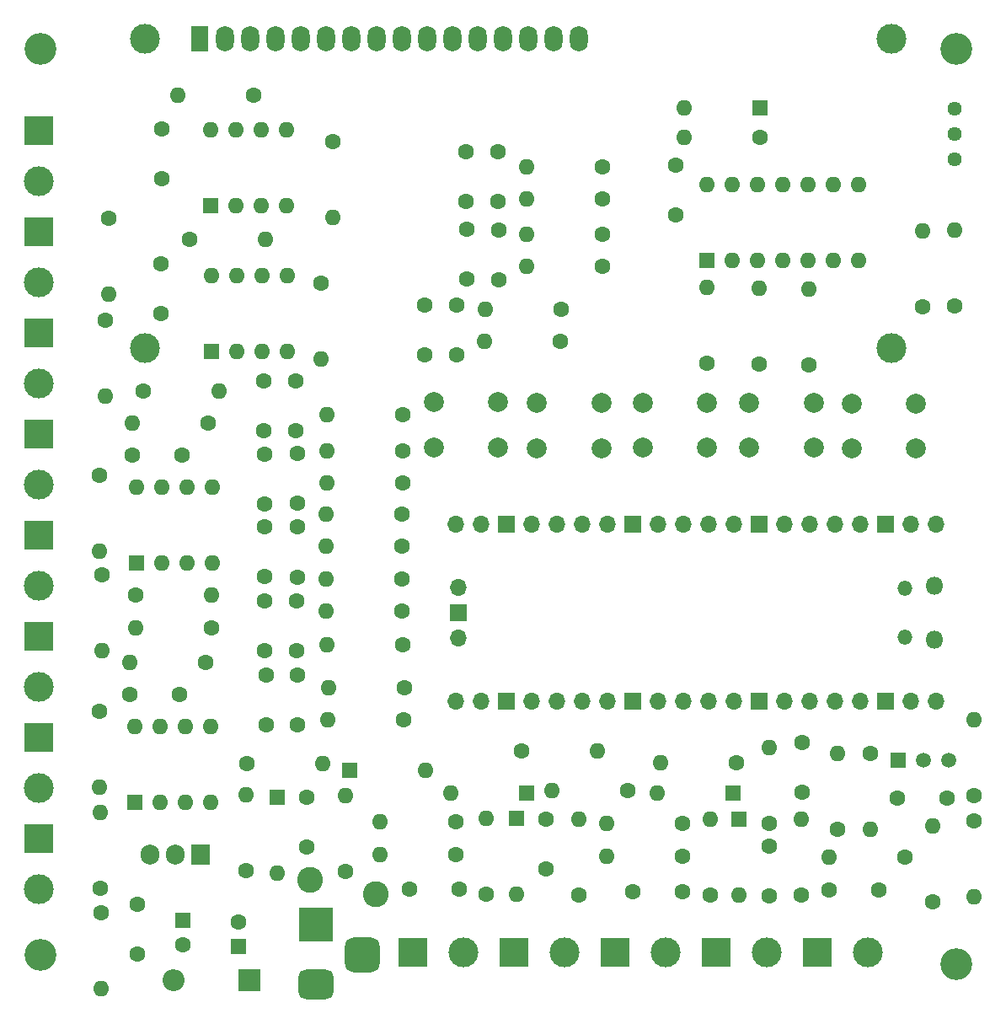
<source format=gbr>
%TF.GenerationSoftware,KiCad,Pcbnew,7.0.10*%
%TF.CreationDate,2025-01-04T09:14:23-06:00*%
%TF.ProjectId,Metermaker,4d657465-726d-4616-9b65-722e6b696361,rev?*%
%TF.SameCoordinates,Original*%
%TF.FileFunction,Soldermask,Bot*%
%TF.FilePolarity,Negative*%
%FSLAX46Y46*%
G04 Gerber Fmt 4.6, Leading zero omitted, Abs format (unit mm)*
G04 Created by KiCad (PCBNEW 7.0.10) date 2025-01-04 09:14:23*
%MOMM*%
%LPD*%
G01*
G04 APERTURE LIST*
G04 Aperture macros list*
%AMRoundRect*
0 Rectangle with rounded corners*
0 $1 Rounding radius*
0 $2 $3 $4 $5 $6 $7 $8 $9 X,Y pos of 4 corners*
0 Add a 4 corners polygon primitive as box body*
4,1,4,$2,$3,$4,$5,$6,$7,$8,$9,$2,$3,0*
0 Add four circle primitives for the rounded corners*
1,1,$1+$1,$2,$3*
1,1,$1+$1,$4,$5*
1,1,$1+$1,$6,$7*
1,1,$1+$1,$8,$9*
0 Add four rect primitives between the rounded corners*
20,1,$1+$1,$2,$3,$4,$5,0*
20,1,$1+$1,$4,$5,$6,$7,0*
20,1,$1+$1,$6,$7,$8,$9,0*
20,1,$1+$1,$8,$9,$2,$3,0*%
G04 Aperture macros list end*
%ADD10O,1.800000X2.600000*%
%ADD11R,1.800000X2.600000*%
%ADD12C,3.000000*%
%ADD13C,1.600000*%
%ADD14O,1.600000X1.600000*%
%ADD15R,1.600000X1.600000*%
%ADD16C,3.200000*%
%ADD17R,3.000000X3.000000*%
%ADD18C,2.600000*%
%ADD19R,3.500000X3.500000*%
%ADD20RoundRect,0.750000X1.000000X-0.750000X1.000000X0.750000X-1.000000X0.750000X-1.000000X-0.750000X0*%
%ADD21RoundRect,0.875000X0.875000X-0.875000X0.875000X0.875000X-0.875000X0.875000X-0.875000X-0.875000X0*%
%ADD22C,2.000000*%
%ADD23R,1.500000X1.500000*%
%ADD24C,1.500000*%
%ADD25R,1.905000X2.000000*%
%ADD26O,1.905000X2.000000*%
%ADD27C,1.440000*%
%ADD28O,1.800000X1.800000*%
%ADD29O,1.500000X1.500000*%
%ADD30O,1.700000X1.700000*%
%ADD31R,1.700000X1.700000*%
%ADD32R,2.200000X2.200000*%
%ADD33O,2.200000X2.200000*%
G04 APERTURE END LIST*
D10*
%TO.C,DS1*%
X108070000Y-53040000D03*
X105530000Y-53040000D03*
X102990000Y-53040000D03*
X100450000Y-53040000D03*
X97910000Y-53040000D03*
X95370000Y-53040000D03*
X92830000Y-53040000D03*
X90290000Y-53040000D03*
X87750000Y-53040000D03*
X85210000Y-53040000D03*
X82670000Y-53040000D03*
X80130000Y-53040000D03*
X77590000Y-53040000D03*
X75050000Y-53040000D03*
X72510000Y-53040000D03*
D11*
X69970000Y-53040000D03*
D12*
X139470000Y-53040000D03*
X139469480Y-84040700D03*
X64470900Y-84040700D03*
X64470900Y-53040000D03*
%TD*%
D13*
%TO.C,R59*%
X126280000Y-62890000D03*
D14*
X118660000Y-62890000D03*
%TD*%
D15*
%TO.C,D3*%
X77760000Y-129180000D03*
D14*
X77760000Y-136800000D03*
%TD*%
D16*
%TO.C,H4*%
X54000000Y-145000000D03*
%TD*%
D13*
%TO.C,R15*%
X130429000Y-139065000D03*
D14*
X130429000Y-131445000D03*
%TD*%
D13*
%TO.C,R25*%
X131210000Y-85780000D03*
D14*
X131210000Y-78160000D03*
%TD*%
D13*
%TO.C,R22*%
X145900000Y-79880000D03*
D14*
X145900000Y-72260000D03*
%TD*%
D13*
%TO.C,C13*%
X66200000Y-62100000D03*
X66200000Y-67100000D03*
%TD*%
%TO.C,C9*%
X104775000Y-131445000D03*
X104775000Y-136445000D03*
%TD*%
%TO.C,C30*%
X66100000Y-75600000D03*
X66100000Y-80600000D03*
%TD*%
D17*
%TO.C,J6*%
X132080000Y-144780000D03*
D12*
X137160000Y-144780000D03*
%TD*%
D13*
%TO.C,R10*%
X118491000Y-135151500D03*
D14*
X110871000Y-135151500D03*
%TD*%
D17*
%TO.C,J14*%
X53840000Y-133350000D03*
D12*
X53840000Y-138430000D03*
%TD*%
D13*
%TO.C,C5*%
X130556000Y-123698000D03*
X130556000Y-128698000D03*
%TD*%
%TO.C,R52*%
X90530000Y-118220000D03*
D14*
X82910000Y-118220000D03*
%TD*%
D18*
%TO.C,J15*%
X81130000Y-137510000D03*
%TD*%
D16*
%TO.C,H1*%
X146000000Y-54000000D03*
%TD*%
D19*
%TO.C,J1*%
X81660000Y-142034000D03*
D20*
X81660000Y-148034000D03*
D21*
X86360000Y-145034000D03*
%TD*%
D15*
%TO.C,D6*%
X123571000Y-128778000D03*
D14*
X115951000Y-128778000D03*
%TD*%
D13*
%TO.C,R48*%
X63590000Y-108900000D03*
D14*
X71210000Y-108900000D03*
%TD*%
D18*
%TO.C,J16*%
X87660000Y-138980000D03*
%TD*%
D13*
%TO.C,C11*%
X127260000Y-134110000D03*
X127260000Y-139110000D03*
%TD*%
D22*
%TO.C,SW1*%
X100000000Y-94040000D03*
X93500000Y-94040000D03*
X100000000Y-89540000D03*
X93500000Y-89540000D03*
%TD*%
D13*
%TO.C,R27*%
X110470000Y-65920000D03*
D14*
X102850000Y-65920000D03*
%TD*%
D13*
%TO.C,R7*%
X84610000Y-136690000D03*
D14*
X84610000Y-129070000D03*
%TD*%
D13*
%TO.C,R18*%
X113030000Y-128524000D03*
D14*
X105410000Y-128524000D03*
%TD*%
D13*
%TO.C,C7*%
X91070000Y-138410000D03*
X96070000Y-138410000D03*
%TD*%
%TO.C,C3*%
X63754000Y-139954000D03*
X63754000Y-144954000D03*
%TD*%
%TO.C,R24*%
X126230000Y-85720000D03*
D14*
X126230000Y-78100000D03*
%TD*%
D13*
%TO.C,R53*%
X90390000Y-113880000D03*
D14*
X82770000Y-113880000D03*
%TD*%
D13*
%TO.C,R6*%
X127254000Y-131826000D03*
D14*
X127254000Y-124206000D03*
%TD*%
D17*
%TO.C,J2*%
X91440000Y-144780000D03*
D12*
X96520000Y-144780000D03*
%TD*%
D17*
%TO.C,J9*%
X53840000Y-82550000D03*
D12*
X53840000Y-87630000D03*
%TD*%
D13*
%TO.C,R37*%
X106230000Y-83430000D03*
D14*
X98610000Y-83430000D03*
%TD*%
D13*
%TO.C,R5*%
X134112000Y-132461000D03*
D14*
X134112000Y-124841000D03*
%TD*%
D23*
%TO.C,U3*%
X140208000Y-125476000D03*
D24*
X142748000Y-125476000D03*
X145288000Y-125476000D03*
%TD*%
D25*
%TO.C,U2*%
X70100000Y-134930000D03*
D26*
X67560000Y-134930000D03*
X65020000Y-134930000D03*
%TD*%
D13*
%TO.C,R50*%
X71200000Y-112200000D03*
D14*
X63580000Y-112200000D03*
%TD*%
D13*
%TO.C,C4*%
X145135600Y-129286000D03*
X140135600Y-129286000D03*
%TD*%
D17*
%TO.C,J5*%
X121920000Y-144780000D03*
D12*
X127000000Y-144780000D03*
%TD*%
D13*
%TO.C,R36*%
X90380000Y-90810000D03*
D14*
X82760000Y-90810000D03*
%TD*%
D15*
%TO.C,D2*%
X85070000Y-126520000D03*
D14*
X92690000Y-126520000D03*
%TD*%
D13*
%TO.C,R19*%
X98806000Y-138938000D03*
D14*
X98806000Y-131318000D03*
%TD*%
D13*
%TO.C,C27*%
X76660000Y-116910000D03*
X76660000Y-121910000D03*
%TD*%
%TO.C,R33*%
X83400000Y-63330000D03*
D14*
X83400000Y-70950000D03*
%TD*%
D13*
%TO.C,R39*%
X82200000Y-77600000D03*
D14*
X82200000Y-85220000D03*
%TD*%
D15*
%TO.C,U6*%
X71200000Y-84400000D03*
D14*
X73740000Y-84400000D03*
X76280000Y-84400000D03*
X78820000Y-84400000D03*
X78820000Y-76780000D03*
X76280000Y-76780000D03*
X73740000Y-76780000D03*
X71200000Y-76780000D03*
%TD*%
D13*
%TO.C,R32*%
X60870000Y-71060000D03*
D14*
X60870000Y-78680000D03*
%TD*%
D13*
%TO.C,C6*%
X80730000Y-129190000D03*
X80730000Y-134190000D03*
%TD*%
D15*
%TO.C,U5*%
X71100000Y-69800000D03*
D14*
X73640000Y-69800000D03*
X76180000Y-69800000D03*
X78720000Y-69800000D03*
X78720000Y-62180000D03*
X76180000Y-62180000D03*
X73640000Y-62180000D03*
X71100000Y-62180000D03*
%TD*%
D13*
%TO.C,C15*%
X100000000Y-69380000D03*
X100000000Y-64380000D03*
%TD*%
%TO.C,R17*%
X74740000Y-125830000D03*
D14*
X82360000Y-125830000D03*
%TD*%
D13*
%TO.C,R2*%
X147828000Y-129032000D03*
D14*
X147828000Y-121412000D03*
%TD*%
D17*
%TO.C,J10*%
X53840000Y-92710000D03*
D12*
X53840000Y-97790000D03*
%TD*%
D13*
%TO.C,R13*%
X140843000Y-135255000D03*
D14*
X133223000Y-135255000D03*
%TD*%
D17*
%TO.C,J11*%
X53840000Y-102870000D03*
D12*
X53840000Y-107950000D03*
%TD*%
D13*
%TO.C,R43*%
X90430000Y-97590000D03*
D14*
X82810000Y-97590000D03*
%TD*%
D13*
%TO.C,R12*%
X108077000Y-139065000D03*
D14*
X108077000Y-131445000D03*
%TD*%
D13*
%TO.C,R35*%
X106300000Y-80200000D03*
D14*
X98680000Y-80200000D03*
%TD*%
D15*
%TO.C,U4*%
X120995000Y-75290000D03*
D14*
X123535000Y-75290000D03*
X126075000Y-75290000D03*
X128615000Y-75290000D03*
X131155000Y-75290000D03*
X133695000Y-75290000D03*
X136235000Y-75290000D03*
X136235000Y-67670000D03*
X133695000Y-67670000D03*
X131155000Y-67670000D03*
X128615000Y-67670000D03*
X126075000Y-67670000D03*
X123535000Y-67670000D03*
X120995000Y-67670000D03*
%TD*%
D13*
%TO.C,R4*%
X137414000Y-124841000D03*
D14*
X137414000Y-132461000D03*
%TD*%
D13*
%TO.C,R31*%
X110500000Y-75900000D03*
D14*
X102880000Y-75900000D03*
%TD*%
D16*
%TO.C,H3*%
X54000000Y-54000000D03*
%TD*%
D13*
%TO.C,R41*%
X60550000Y-81290000D03*
D14*
X60550000Y-88910000D03*
%TD*%
D27*
%TO.C,RV1*%
X145880000Y-65150000D03*
X145880000Y-62610000D03*
X145880000Y-60070000D03*
%TD*%
D13*
%TO.C,R51*%
X90340000Y-110530000D03*
D14*
X82720000Y-110530000D03*
%TD*%
D17*
%TO.C,J7*%
X53840000Y-62230000D03*
D12*
X53840000Y-67310000D03*
%TD*%
D13*
%TO.C,R47*%
X60150000Y-106830000D03*
D14*
X60150000Y-114450000D03*
%TD*%
D13*
%TO.C,R40*%
X64300000Y-88380000D03*
D14*
X71920000Y-88380000D03*
%TD*%
D15*
%TO.C,U7*%
X63680000Y-105700000D03*
D14*
X66220000Y-105700000D03*
X68760000Y-105700000D03*
X71300000Y-105700000D03*
X71300000Y-98080000D03*
X68760000Y-98080000D03*
X66220000Y-98080000D03*
X63680000Y-98080000D03*
%TD*%
D17*
%TO.C,J3*%
X101600000Y-144780000D03*
D12*
X106680000Y-144780000D03*
%TD*%
D28*
%TO.C,U1*%
X143860000Y-107935000D03*
D29*
X140830000Y-108235000D03*
X140830000Y-113085000D03*
D28*
X143860000Y-113385000D03*
D30*
X143990000Y-101770000D03*
X141450000Y-101770000D03*
D31*
X138910000Y-101770000D03*
D30*
X136370000Y-101770000D03*
X133830000Y-101770000D03*
X131290000Y-101770000D03*
X128750000Y-101770000D03*
D31*
X126210000Y-101770000D03*
D30*
X123670000Y-101770000D03*
X121130000Y-101770000D03*
X118590000Y-101770000D03*
X116050000Y-101770000D03*
D31*
X113510000Y-101770000D03*
D30*
X110970000Y-101770000D03*
X108430000Y-101770000D03*
X105890000Y-101770000D03*
X103350000Y-101770000D03*
D31*
X100810000Y-101770000D03*
D30*
X98270000Y-101770000D03*
X95730000Y-101770000D03*
X95730000Y-119550000D03*
X98270000Y-119550000D03*
D31*
X100810000Y-119550000D03*
D30*
X103350000Y-119550000D03*
X105890000Y-119550000D03*
X108430000Y-119550000D03*
X110970000Y-119550000D03*
D31*
X113510000Y-119550000D03*
D30*
X116050000Y-119550000D03*
X118590000Y-119550000D03*
X121130000Y-119550000D03*
X123670000Y-119550000D03*
D31*
X126210000Y-119550000D03*
D30*
X128750000Y-119550000D03*
X131290000Y-119550000D03*
X133830000Y-119550000D03*
X136370000Y-119550000D03*
D31*
X138910000Y-119550000D03*
D30*
X141450000Y-119550000D03*
X143990000Y-119550000D03*
X95960000Y-108120000D03*
D31*
X95960000Y-110660000D03*
D30*
X95960000Y-113200000D03*
%TD*%
D13*
%TO.C,R45*%
X90330000Y-100770000D03*
D14*
X82710000Y-100770000D03*
%TD*%
D13*
%TO.C,R16*%
X74670000Y-136610000D03*
D14*
X74670000Y-128990000D03*
%TD*%
D17*
%TO.C,J4*%
X111760000Y-144780000D03*
D12*
X116840000Y-144780000D03*
%TD*%
D13*
%TO.C,R55*%
X59920000Y-120540000D03*
D14*
X59920000Y-128160000D03*
%TD*%
D15*
%TO.C,D7*%
X124206000Y-131445000D03*
D14*
X124206000Y-139065000D03*
%TD*%
%TO.C,D8*%
X118670000Y-59930000D03*
D15*
X126290000Y-59930000D03*
%TD*%
D13*
%TO.C,R21*%
X121285000Y-139065000D03*
D14*
X121285000Y-131445000D03*
%TD*%
D13*
%TO.C,R11*%
X118491000Y-131849500D03*
D14*
X110871000Y-131849500D03*
%TD*%
D17*
%TO.C,J13*%
X53840000Y-123190000D03*
D12*
X53840000Y-128270000D03*
%TD*%
D13*
%TO.C,C18*%
X92620000Y-79780000D03*
X92620000Y-84780000D03*
%TD*%
%TO.C,R1*%
X102370000Y-124550000D03*
D14*
X109990000Y-124550000D03*
%TD*%
D15*
%TO.C,C1*%
X68320000Y-141530000D03*
D13*
X68320000Y-144030000D03*
%TD*%
%TO.C,C29*%
X79860000Y-121900000D03*
X79860000Y-116900000D03*
%TD*%
%TO.C,R54*%
X90490000Y-121460000D03*
D14*
X82870000Y-121460000D03*
%TD*%
D13*
%TO.C,C14*%
X96770000Y-64380000D03*
X96770000Y-69380000D03*
%TD*%
%TO.C,R28*%
X110490000Y-69100000D03*
D14*
X102870000Y-69100000D03*
%TD*%
D13*
%TO.C,C23*%
X76530000Y-102060000D03*
X76530000Y-107060000D03*
%TD*%
D15*
%TO.C,C2*%
X73914000Y-144230000D03*
D13*
X73914000Y-141730000D03*
%TD*%
%TO.C,C20*%
X95860000Y-84780000D03*
X95860000Y-79780000D03*
%TD*%
%TO.C,C22*%
X76500000Y-94710000D03*
X76500000Y-99710000D03*
%TD*%
%TO.C,C19*%
X76440000Y-87370000D03*
X76440000Y-92370000D03*
%TD*%
D32*
%TO.C,D1*%
X74990000Y-147570000D03*
D33*
X67370000Y-147570000D03*
%TD*%
D17*
%TO.C,J8*%
X53840000Y-72390000D03*
D12*
X53840000Y-77470000D03*
%TD*%
D13*
%TO.C,C28*%
X79770000Y-114470000D03*
X79770000Y-109470000D03*
%TD*%
%TO.C,R34*%
X69000000Y-73150000D03*
D14*
X76620000Y-73150000D03*
%TD*%
D13*
%TO.C,R3*%
X147828000Y-131572000D03*
D14*
X147828000Y-139192000D03*
%TD*%
D13*
%TO.C,C21*%
X79690000Y-92370000D03*
X79690000Y-87370000D03*
%TD*%
%TO.C,C12*%
X117830000Y-65740000D03*
X117830000Y-70740000D03*
%TD*%
%TO.C,C10*%
X133223000Y-138557000D03*
X138223000Y-138557000D03*
%TD*%
D22*
%TO.C,SW5*%
X131720000Y-94100000D03*
X125220000Y-94100000D03*
X131720000Y-89600000D03*
X125220000Y-89600000D03*
%TD*%
D13*
%TO.C,R26*%
X142650000Y-79970000D03*
D14*
X142650000Y-72350000D03*
%TD*%
D13*
%TO.C,R20*%
X123952000Y-125730000D03*
D14*
X116332000Y-125730000D03*
%TD*%
D13*
%TO.C,R30*%
X110510000Y-72640000D03*
D14*
X102890000Y-72640000D03*
%TD*%
D15*
%TO.C,U8*%
X63500000Y-129700000D03*
D14*
X66040000Y-129700000D03*
X68580000Y-129700000D03*
X71120000Y-129700000D03*
X71120000Y-122080000D03*
X68580000Y-122080000D03*
X66040000Y-122080000D03*
X63500000Y-122080000D03*
%TD*%
D13*
%TO.C,R38*%
X90380000Y-94420000D03*
D14*
X82760000Y-94420000D03*
%TD*%
D13*
%TO.C,C32*%
X63000000Y-118900000D03*
X68000000Y-118900000D03*
%TD*%
%TO.C,C16*%
X96800000Y-72150000D03*
X96800000Y-77150000D03*
%TD*%
%TO.C,R56*%
X60110000Y-140800000D03*
D14*
X60110000Y-148420000D03*
%TD*%
D13*
%TO.C,R46*%
X90350000Y-107250000D03*
D14*
X82730000Y-107250000D03*
%TD*%
D13*
%TO.C,R23*%
X120980000Y-85570000D03*
D14*
X120980000Y-77950000D03*
%TD*%
D13*
%TO.C,R58*%
X59980000Y-138390000D03*
D14*
X59980000Y-130770000D03*
%TD*%
D13*
%TO.C,C26*%
X76520000Y-109500000D03*
X76520000Y-114500000D03*
%TD*%
%TO.C,C25*%
X79790000Y-107070000D03*
X79790000Y-102070000D03*
%TD*%
%TO.C,C31*%
X63200000Y-94800000D03*
X68200000Y-94800000D03*
%TD*%
%TO.C,R57*%
X70600000Y-115700000D03*
D14*
X62980000Y-115700000D03*
%TD*%
D22*
%TO.C,SW4*%
X121000000Y-94100000D03*
X114500000Y-94100000D03*
X121000000Y-89600000D03*
X114500000Y-89600000D03*
%TD*%
D13*
%TO.C,R29*%
X75400000Y-58700000D03*
D14*
X67780000Y-58700000D03*
%TD*%
D15*
%TO.C,D5*%
X101854000Y-131318000D03*
D14*
X101854000Y-138938000D03*
%TD*%
D13*
%TO.C,R49*%
X59900000Y-96840000D03*
D14*
X59900000Y-104460000D03*
%TD*%
D13*
%TO.C,R9*%
X95711000Y-135001000D03*
D14*
X88091000Y-135001000D03*
%TD*%
D13*
%TO.C,R42*%
X70810000Y-91600000D03*
D14*
X63190000Y-91600000D03*
%TD*%
D22*
%TO.C,SW2*%
X142000000Y-94160000D03*
X135500000Y-94160000D03*
X142000000Y-89660000D03*
X135500000Y-89660000D03*
%TD*%
%TO.C,SW3*%
X110400000Y-94120000D03*
X103900000Y-94120000D03*
X110400000Y-89620000D03*
X103900000Y-89620000D03*
%TD*%
D17*
%TO.C,J12*%
X53840000Y-113030000D03*
D12*
X53840000Y-118110000D03*
%TD*%
D13*
%TO.C,R14*%
X143662400Y-139700000D03*
D14*
X143662400Y-132080000D03*
%TD*%
D13*
%TO.C,C17*%
X100070000Y-77190000D03*
X100070000Y-72190000D03*
%TD*%
%TO.C,C8*%
X113538000Y-138707500D03*
X118538000Y-138707500D03*
%TD*%
%TO.C,C24*%
X79780000Y-99700000D03*
X79780000Y-94700000D03*
%TD*%
D16*
%TO.C,H2*%
X146000000Y-146000000D03*
%TD*%
D15*
%TO.C,D4*%
X102870000Y-128778000D03*
D14*
X95250000Y-128778000D03*
%TD*%
D13*
%TO.C,R44*%
X90310000Y-104010000D03*
D14*
X82690000Y-104010000D03*
%TD*%
D13*
%TO.C,R8*%
X95711000Y-131699000D03*
D14*
X88091000Y-131699000D03*
%TD*%
M02*

</source>
